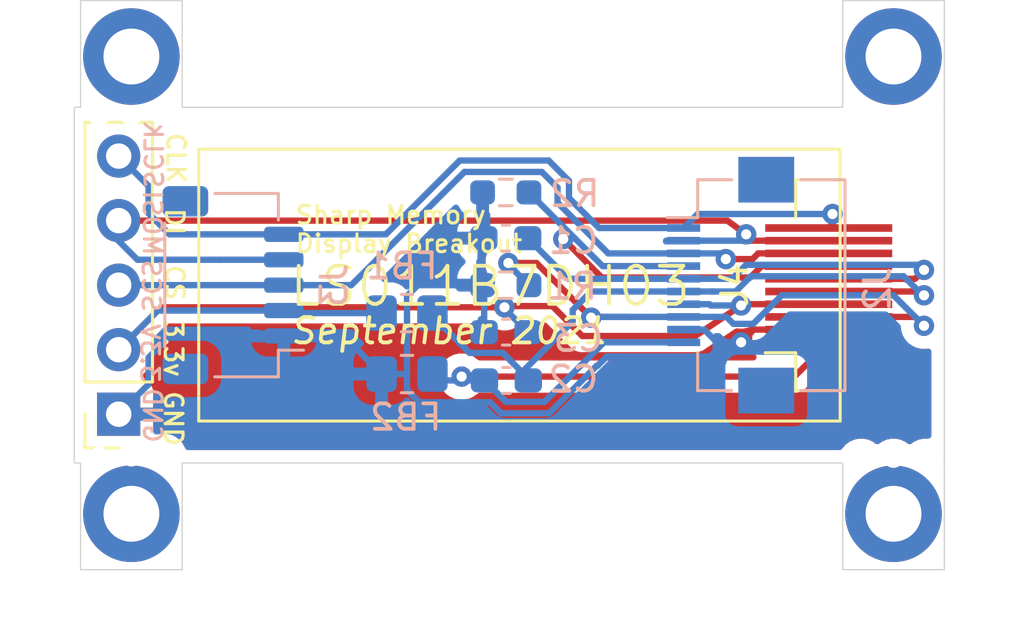
<source format=kicad_pcb>
(kicad_pcb (version 20210722) (generator pcbnew)
  (layers (0 "F.Cu" signal) (31 "B.Cu" signal) (34 "B.Paste" user) (35 "F.Paste" user) (36 "B.SilkS" user "B.Silkscreen") (37 "F.SilkS" user "F.Silkscreen") (38 "B.Mask" user) (39 "F.Mask" user) (44 "Edge.Cuts" user))
  (net 0 "")
  (net 1 "VSS")
  (net 2 "DISP")
  (net 3 "VSSA")
  (net 4 "VDDA")
  (net 5 "VDD")
  (net 6 "SCLK")
  (net 7 "SI")
  (net 8 "SCS")
  (net 9 "EXTMODE")
  (net 10 "EXTCOMIN")
  (footprint "Connector_PinSocket_2.54mm:PinSocket_1x05_P2.54mm_Vertical" (layer "F.Cu") (at 24.2526 35.5704 180)
    (fp_text reference "J1" hide)
    (fp_text value "Conn_01x05")
    (fp_line (start 1.33 -1.33) (end 1.33 0) (layer "F.SilkS") (width 0.12))
    (fp_line (start 1.33 1.27) (end 1.33 11.49) (layer "F.SilkS") (width 0.12))
    (fp_line (start -1.33 11.49) (end 1.33 11.49) (layer "F.SilkS") (width 0.12))
    (fp_line (start -1.33 1.27) (end -1.33 11.49) (layer "F.SilkS") (width 0.12))
    (fp_line (start -1.33 1.27) (end 1.33 1.27) (layer "F.SilkS") (width 0.12))
    (fp_line (start 0 -1.33) (end 1.33 -1.33) (layer "F.SilkS") (width 0.12))
    (pad "1" thru_hole rect locked (at 0 0 180) (size 1.7 1.7) (drill 1) (layers *.Cu *.Mask) (net 1 "VSS"))
    (pad "2" thru_hole oval locked (at 0 2.54 180) (size 1.7 1.7) (drill 1) (layers *.Cu *.Mask) (net 5 "VDD"))
    (pad "3" thru_hole oval locked (at 0 5.08 180) (size 1.7 1.7) (drill 1) (layers *.Cu *.Mask) (net 8 "SCS"))
    (pad "4" thru_hole oval locked (at 0 7.62 180) (size 1.7 1.7) (drill 1) (layers *.Cu *.Mask) (net 7 "SI"))
    (pad "5" thru_hole oval locked (at 0 10.16 180) (size 1.7 1.7) (drill 1) (layers *.Cu *.Mask) (net 6 "SCLK"))
  )
  (footprint "MountingHole:MountingHole_2.2mm_M2_DIN965_Pad" (layer "F.Cu") (at 24.752642 21.490389)
    (fp_text reference "H2" hide)
    (fp_text value "MountingHole")
    (pad "1" thru_hole circle locked (at 0 0) (size 3.8 3.8) (drill 2.2) (layers *.Cu *.Mask))
  )
  (footprint "MountingHole:MountingHole_2.2mm_M2_DIN965_Pad" (layer "F.Cu") (at 54.752642 21.490389)
    (fp_text reference "H4" hide)
    (fp_text value "MountingHole")
    (pad "1" thru_hole circle locked (at 0 0) (size 3.8 3.8) (drill 2.2) (layers *.Cu *.Mask))
  )
  (footprint "MountingHole:MountingHole_2.2mm_M2_DIN965_Pad" (layer "F.Cu") (at 24.752642 39.490389 90)
    (fp_text reference "H3" hide)
    (fp_text value "MountingHole")
    (pad "1" thru_hole circle locked (at 0 0 90) (size 3.8 3.8) (drill 2.2) (layers *.Cu *.Mask))
  )
  (footprint "MountingHole:MountingHole_2.2mm_M2_DIN965_Pad" (layer "F.Cu") (at 54.752642 39.490389)
    (fp_text reference "H1" hide)
    (fp_text value "MountingHole")
    (pad "1" thru_hole circle locked (at 0 0) (size 3.8 3.8) (drill 2.2) (layers *.Cu *.Mask))
  )
  (footprint "Keebio-Parts:breakaway-mousebites-three" (layer "F.Cu") (at 54.752642 24.090389)
    (fp_text reference "REF**" hide)
    (fp_text value "breakaway-mousebites-three" hide)
    (pad "" np_thru_hole circle locked (at 1.27 -0.254) (size 0.7874 0.7874) (drill 0.7874) (layers *.Cu *.Mask))
    (pad "" np_thru_hole circle locked (at -1.27 -0.254) (size 0.7874 0.7874) (drill 0.7874) (layers *.Cu *.Mask))
    (pad "" np_thru_hole circle locked (at 0 -0.254) (size 0.7874 0.7874) (drill 0.7874) (layers *.Cu *.Mask))
  )
  (footprint "Keebio-Parts:breakaway-mousebites-three" (layer "F.Cu") (at 24.752642 37.490389)
    (fp_text reference "REF**" hide)
    (fp_text value "breakaway-mousebites-three" hide)
    (pad "" np_thru_hole circle locked (at -1.27 -0.254) (size 0.7874 0.7874) (drill 0.7874) (layers *.Cu *.Mask))
    (pad "" np_thru_hole circle locked (at 1.27 -0.254) (size 0.7874 0.7874) (drill 0.7874) (layers *.Cu *.Mask))
    (pad "" np_thru_hole circle locked (at 0 -0.254) (size 0.7874 0.7874) (drill 0.7874) (layers *.Cu *.Mask))
  )
  (footprint "Keebio-Parts:breakaway-mousebites-three" (layer "F.Cu") (at 24.752642 24.090389)
    (fp_text reference "REF**" hide)
    (fp_text value "breakaway-mousebites-three" hide)
    (pad "" np_thru_hole circle locked (at 1.27 -0.254) (size 0.7874 0.7874) (drill 0.7874) (layers *.Cu *.Mask))
    (pad "" np_thru_hole circle locked (at -1.27 -0.254) (size 0.7874 0.7874) (drill 0.7874) (layers *.Cu *.Mask))
    (pad "" np_thru_hole circle locked (at 0 -0.254) (size 0.7874 0.7874) (drill 0.7874) (layers *.Cu *.Mask))
  )
  (footprint "Keebio-Parts:breakaway-mousebites-three" (layer "F.Cu") (at 54.752642 37.544389)
    (fp_text reference "REF**" hide)
    (fp_text value "breakaway-mousebites-three" hide)
    (pad "" np_thru_hole circle locked (at 0 -0.254) (size 0.7874 0.7874) (drill 0.7874) (layers *.Cu *.Mask))
    (pad "" np_thru_hole circle locked (at 1.27 -0.254) (size 0.7874 0.7874) (drill 0.7874) (layers *.Cu *.Mask))
    (pad "" np_thru_hole circle locked (at -1.27 -0.254) (size 0.7874 0.7874) (drill 0.7874) (layers *.Cu *.Mask))
  )
  (footprint "Connector_FFC-FPC:Hirose_FH12-10S-0.5SH_1x10-1MP_P0.50mm_Horizontal" (layer "F.Cu") (at 52.202642 30.490389 90)
    (fp_text reference "J4" (at 0 -3.7 90) (layer "F.SilkS"))
    (fp_text value "Conn_01x10")
    (fp_line (start -2.66 -1.3) (end -4.15 -1.3) (layer "F.SilkS") (width 0.12))
    (fp_line (start -4.15 -1.3) (end -4.15 0.04) (layer "F.SilkS") (width 0.12))
    (fp_line (start 4.15 -1.3) (end 4.15 0.04) (layer "F.SilkS") (width 0.12))
    (fp_line (start 2.66 -1.3) (end 4.15 -1.3) (layer "F.SilkS") (width 0.12))
    (fp_line (start -2.66 -1.3) (end -2.66 -2.5) (layer "F.SilkS") (width 0.12))
    (pad "1" smd rect locked (at -2.25 0 90) (size 0.3 5) (layers "F.Cu" "F.Paste" "F.Mask") (net 3 "VSSA"))
    (pad "2" smd rect locked (at -1.75 0 90) (size 0.3 5) (layers "F.Cu" "F.Paste" "F.Mask") (net 1 "VSS"))
    (pad "3" smd rect locked (at -1.25 0 90) (size 0.3 5) (layers "F.Cu" "F.Paste" "F.Mask") (net 9 "EXTMODE"))
    (pad "4" smd rect locked (at -0.75 0 90) (size 0.3 5) (layers "F.Cu" "F.Paste" "F.Mask") (net 5 "VDD"))
    (pad "5" smd rect locked (at -0.25 0 90) (size 0.3 5) (layers "F.Cu" "F.Paste" "F.Mask") (net 4 "VDDA"))
    (pad "6" smd rect locked (at 0.25 0 90) (size 0.3 5) (layers "F.Cu" "F.Paste" "F.Mask") (net 2 "DISP"))
    (pad "7" smd rect locked (at 0.75 0 90) (size 0.3 5) (layers "F.Cu" "F.Paste" "F.Mask") (net 10 "EXTCOMIN"))
    (pad "8" smd rect locked (at 1.25 0 90) (size 0.3 5) (layers "F.Cu" "F.Paste" "F.Mask") (net 8 "SCS"))
    (pad "9" smd rect locked (at 1.75 0 90) (size 0.3 5) (layers "F.Cu" "F.Paste" "F.Mask") (net 7 "SI"))
    (pad "10" smd rect locked (at 2.25 0 90) (size 0.3 5) (layers "F.Cu" "F.Paste" "F.Mask") (net 6 "SCLK"))
  )
  (footprint "Capacitor_SMD:C_0603_1608Metric_Pad1.08x0.95mm_HandSolder" (layer "B.Cu") (at 39.4901 28.6404 180)
    (fp_text reference "C1" (at -2.662542 -0.099989) (layer "B.SilkS") (effects (justify mirror)))
    (fp_text value "560pF/680pF")
    (fp_line (start -0.146267 0.51) (end 0.146267 0.51) (layer "B.SilkS") (width 0.12))
    (fp_line (start -0.146267 -0.51) (end 0.146267 -0.51) (layer "B.SilkS") (width 0.12))
    (pad "1" smd roundrect locked (at -0.8625 0 180) (size 1.075 0.95) (layers "B.Cu" "B.Paste" "B.Mask") (net 2 "DISP"))
    (pad "2" smd roundrect locked (at 0.8625 0 180) (size 1.075 0.95) (layers "B.Cu" "B.Paste" "B.Mask") (net 1 "VSS"))
  )
  (footprint "Capacitor_SMD:C_0603_1608Metric_Pad1.08x0.95mm_HandSolder" (layer "B.Cu") (at 39.5151 34.2404 180)
    (fp_text reference "C2" (at -2.637542 0.050011) (layer "B.SilkS") (effects (justify mirror)))
    (fp_text value "1uF")
    (fp_line (start -0.146267 0.51) (end 0.146267 0.51) (layer "B.SilkS") (width 0.12))
    (fp_line (start -0.146267 -0.51) (end 0.146267 -0.51) (layer "B.SilkS") (width 0.12))
    (pad "1" smd roundrect locked (at -0.8625 0 180) (size 1.075 0.95) (layers "B.Cu" "B.Paste" "B.Mask") (net 4 "VDDA"))
    (pad "2" smd roundrect locked (at 0.8625 0 180) (size 1.075 0.95) (layers "B.Cu" "B.Paste" "B.Mask") (net 3 "VSSA"))
  )
  (footprint "Capacitor_SMD:C_0603_1608Metric_Pad1.08x0.95mm_HandSolder" (layer "B.Cu") (at 39.5026 32.3404 180)
    (fp_text reference "C3" (at -2.850042 -0.249989) (layer "B.SilkS") (effects (justify mirror)))
    (fp_text value "1uF ")
    (fp_line (start -0.146267 0.51) (end 0.146267 0.51) (layer "B.SilkS") (width 0.12))
    (fp_line (start -0.146267 -0.51) (end 0.146267 -0.51) (layer "B.SilkS") (width 0.12))
    (pad "1" smd roundrect locked (at -0.8625 0 180) (size 1.075 0.95) (layers "B.Cu" "B.Paste" "B.Mask") (net 5 "VDD"))
    (pad "2" smd roundrect locked (at 0.8625 0 180) (size 1.075 0.95) (layers "B.Cu" "B.Paste" "B.Mask") (net 1 "VSS"))
  )
  (footprint "Resistor_SMD:R_0805_2012Metric_Pad1.20x1.40mm_HandSolder" (layer "B.Cu") (at 35.6026 31.5904 180)
    (fp_text reference "FB1" (at 0.199958 1.850011) (layer "B.SilkS") (effects (justify mirror)))
    (fp_text value "Ferrite_Bead_Small")
    (fp_line (start -0.227064 0.735) (end 0.227064 0.735) (layer "B.SilkS") (width 0.12))
    (fp_line (start -0.227064 -0.735) (end 0.227064 -0.735) (layer "B.SilkS") (width 0.12))
    (pad "1" smd roundrect locked (at -1 0 180) (size 1.2 1.4) (layers "B.Cu" "B.Paste" "B.Mask") (roundrect_rratio 0.2083325) (net 4 "VDDA"))
    (pad "2" smd roundrect locked (at 1 0 180) (size 1.2 1.4) (layers "B.Cu" "B.Paste" "B.Mask") (roundrect_rratio 0.2083325) (net 5 "VDD"))
  )
  (footprint "Resistor_SMD:R_0805_2012Metric_Pad1.20x1.40mm_HandSolder" (layer "B.Cu") (at 35.6026 33.9904)
    (fp_text reference "FB2" (at -0.049958 1.699989) (layer "B.SilkS") (effects (justify mirror)))
    (fp_text value "Ferrite_Bead_Small")
    (fp_line (start -0.227064 0.735) (end 0.227064 0.735) (layer "B.SilkS") (width 0.12))
    (fp_line (start -0.227064 -0.735) (end 0.227064 -0.735) (layer "B.SilkS") (width 0.12))
    (pad "1" smd roundrect locked (at -1 0) (size 1.2 1.4) (layers "B.Cu" "B.Paste" "B.Mask") (roundrect_rratio 0.2083325) (net 1 "VSS"))
    (pad "2" smd roundrect locked (at 1 0) (size 1.2 1.4) (layers "B.Cu" "B.Paste" "B.Mask") (roundrect_rratio 0.2083325) (net 3 "VSSA"))
  )
  (footprint "Resistor_SMD:R_0603_1608Metric_Pad0.98x0.95mm_HandSolder" (layer "B.Cu") (at 39.4901 30.4904 180)
    (fp_text reference "R1" (at -2.612542 -0.049989) (layer "B.SilkS") (effects (justify mirror)))
    (fp_text value "10k")
    (fp_line (start -0.254724 -0.5225) (end 0.254724 -0.5225) (layer "B.SilkS") (width 0.12))
    (fp_line (start -0.254724 0.5225) (end 0.254724 0.5225) (layer "B.SilkS") (width 0.12))
    (pad "1" smd roundrect locked (at -0.9125 0 180) (size 0.975 0.95) (layers "B.Cu" "B.Paste" "B.Mask") (net 9 "EXTMODE"))
    (pad "2" smd roundrect locked (at 0.9125 0 180) (size 0.975 0.95) (layers "B.Cu" "B.Paste" "B.Mask") (net 1 "VSS"))
  )
  (footprint "Connector_FFC-FPC:Hirose_FH12-10S-0.5SH_1x10-1MP_P0.50mm_Horizontal" (layer "B.Cu") (at 52.915142 30.4904 -90)
    (fp_text reference "J2" (at 0.149989 -1.200042 90) (layer "B.SilkS") (effects (justify mirror)))
    (fp_text value "Conn_01x10")
    (fp_line (start 4.15 0.072) (end 4.15 1.812) (layer "B.SilkS") (width 0.12))
    (fp_line (start -4.15 5.872) (end -4.15 4.532) (layer "B.SilkS") (width 0.12))
    (fp_line (start 2.66 5.872) (end 4.15 5.872) (layer "B.SilkS") (width 0.12))
    (fp_line (start -2.66 5.872) (end -4.15 5.872) (layer "B.SilkS") (width 0.12))
    (fp_line (start -2.66 5.872) (end -2.66 7.072) (layer "B.SilkS") (width 0.12))
    (fp_line (start 4.15 5.872) (end 4.15 4.532) (layer "B.SilkS") (width 0.12))
    (fp_line (start -4.15 1.812) (end -4.15 0.072) (layer "B.SilkS") (width 0.12))
    (fp_line (start -4.15 0.072) (end 4.15 0.072) (layer "B.SilkS") (width 0.12))
    (pad "1" smd rect locked (at -2.25 6.422 270) (size 0.3 1.3) (layers "B.Cu" "B.Paste" "B.Mask") (net 6 "SCLK"))
    (pad "2" smd rect locked (at -1.75 6.422 270) (size 0.3 1.3) (layers "B.Cu" "B.Paste" "B.Mask") (net 7 "SI"))
    (pad "3" smd rect locked (at -1.25 6.422 270) (size 0.3 1.3) (layers "B.Cu" "B.Paste" "B.Mask") (net 8 "SCS"))
    (pad "4" smd rect locked (at -0.75 6.422 270) (size 0.3 1.3) (layers "B.Cu" "B.Paste" "B.Mask") (net 10 "EXTCOMIN"))
    (pad "5" smd rect locked (at -0.25 6.422 270) (size 0.3 1.3) (layers "B.Cu" "B.Paste" "B.Mask") (net 2 "DISP"))
    (pad "6" smd rect locked (at 0.25 6.422 270) (size 0.3 1.3) (layers "B.Cu" "B.Paste" "B.Mask") (net 4 "VDDA"))
    (pad "7" smd rect locked (at 0.75 6.422 270) (size 0.3 1.3) (layers "B.Cu" "B.Paste" "B.Mask") (net 5 "VDD"))
    (pad "8" smd rect locked (at 1.25 6.422 270) (size 0.3 1.3) (layers "B.Cu" "B.Paste" "B.Mask") (net 9 "EXTMODE"))
    (pad "9" smd rect locked (at 1.75 6.422 270) (size 0.3 1.3) (layers "B.Cu" "B.Paste" "B.Mask") (net 1 "VSS"))
    (pad "10" smd rect locked (at 2.25 6.422 270) (size 0.3 1.3) (layers "B.Cu" "B.Paste" "B.Mask") (net 3 "VSSA"))
    (pad "MP" smd rect locked (at 4.15 3.172 270) (size 1.8 2.2) (layers "B.Cu" "B.Paste" "B.Mask"))
    (pad "MP" smd rect locked (at -4.15 3.172 270) (size 1.8 2.2) (layers "B.Cu" "B.Paste" "B.Mask"))
  )
  (footprint "Resistor_SMD:R_0603_1608Metric_Pad0.98x0.95mm_HandSolder" (layer "B.Cu") (at 39.4901 26.8404 180)
    (fp_text reference "R2" (at -2.712542 -0.049989) (layer "B.SilkS") (effects (justify mirror)))
    (fp_text value "10k")
    (fp_line (start -0.254724 0.5225) (end 0.254724 0.5225) (layer "B.SilkS") (width 0.12))
    (fp_line (start -0.254724 -0.5225) (end 0.254724 -0.5225) (layer "B.SilkS") (width 0.12))
    (pad "1" smd roundrect locked (at -0.9125 0 180) (size 0.975 0.95) (layers "B.Cu" "B.Paste" "B.Mask") (net 10 "EXTCOMIN"))
    (pad "2" smd roundrect locked (at 0.9125 0 180) (size 0.975 0.95) (layers "B.Cu" "B.Paste" "B.Mask") (net 1 "VSS"))
  )
  (footprint "Connector_JST:JST_SH_SM05B-SRSS-TB_1x05-1MP_P1.00mm_Horizontal" (layer "B.Cu") (at 28.7526 30.4904 90)
    (fp_text reference "J3" (at 0 3.98 90) (layer "B.SilkS") (effects (justify mirror)))
    (fp_text value "Conn_01x05_Male")
    (fp_line (start 3.61 1.785) (end 2.56 1.785) (layer "B.SilkS") (width 0.12))
    (fp_line (start -3.61 -0.715) (end -3.61 1.785) (layer "B.SilkS") (width 0.12))
    (fp_line (start -2.44 -2.685) (end 2.44 -2.685) (layer "B.SilkS") (width 0.12))
    (fp_line (start -3.61 1.785) (end -2.56 1.785) (layer "B.SilkS") (width 0.12))
    (fp_line (start 3.61 -0.715) (end 3.61 1.785) (layer "B.SilkS") (width 0.12))
    (fp_line (start -2.56 1.785) (end -2.56 2.775) (layer "B.SilkS") (width 0.12))
    (pad "1" smd roundrect locked (at -2 2 90) (size 0.6 1.55) (layers "B.Cu" "B.Paste" "B.Mask") (net 1 "VSS"))
    (pad "2" smd roundrect locked (at -1 2 90) (size 0.6 1.55) (layers "B.Cu" "B.Paste" "B.Mask") (net 5 "VDD"))
    (pad "3" smd roundrect locked (at 0 2 90) (size 0.6 1.55) (layers "B.Cu" "B.Paste" "B.Mask") (net 8 "SCS"))
    (pad "4" smd roundrect locked (at 1 2 90) (size 0.6 1.55) (layers "B.Cu" "B.Paste" "B.Mask") (net 7 "SI"))
    (pad "5" smd roundrect locked (at 2 2 90) (size 0.6 1.55) (layers "B.Cu" "B.Paste" "B.Mask") (net 6 "SCLK"))
    (pad "MP" smd roundrect locked (at 3.3 -1.875 90) (size 1.2 1.8) (layers "B.Cu" "B.Paste" "B.Mask") (roundrect_rratio 0.2083325))
    (pad "MP" smd roundrect locked (at -3.3 -1.875 90) (size 1.2 1.8) (layers "B.Cu" "B.Paste" "B.Mask") (roundrect_rratio 0.2083325))
  )
  (gr_line (start 52.652642 35.840389) (end 52.652642 25.140389) (layer "F.SilkS") (width 0.12))
  (gr_line (start 52.652642 25.140389) (end 27.402642 25.140389) (layer "F.SilkS") (width 0.12))
  (gr_line (start 27.402642 35.840389) (end 52.652642 35.840389) (layer "F.SilkS") (width 0.12))
  (gr_line (start 27.402642 25.140389) (end 27.402642 35.840389) (layer "F.SilkS") (width 0.12))
  (gr_line (start 22.502642 37.490389) (end 22.752642 37.490389) (layer "Edge.Cuts") (width 0.05))
  (gr_line (start 52.752642 40.490389) (end 52.752642 39.490389) (layer "Edge.Cuts") (width 0.05))
  (gr_line (start 52.752642 20.490389) (end 52.752642 21.490389) (layer "Edge.Cuts") (width 0.05))
  (gr_line (start 22.752642 20.490389) (end 22.752642 21.490389) (layer "Edge.Cuts") (width 0.05))
  (gr_line (start 22.752642 40.490389) (end 22.752642 39.490389) (layer "Edge.Cuts") (width 0.05))
  (gr_line (start 26.752642 39.490389) (end 26.752642 40.490389) (layer "Edge.Cuts") (width 0.05))
  (gr_line (start 56.752642 39.490389) (end 56.752642 40.490389) (layer "Edge.Cuts") (width 0.05))
  (gr_line (start 52.752642 41.690389) (end 52.752642 40.490389) (layer "Edge.Cuts") (width 0.05))
  (gr_line (start 22.752642 37.490389) (end 22.752642 39.490389) (layer "Edge.Cuts") (width 0.05))
  (gr_line (start 52.752642 39.490389) (end 52.752641 37.490389) (layer "Edge.Cuts") (width 0.05))
  (gr_line (start 56.752642 23.490389) (end 56.752642 21.490389) (layer "Edge.Cuts") (width 0.05))
  (gr_line (start 56.752642 37.490389) (end 56.752642 23.490389) (layer "Edge.Cuts") (width 0.05))
  (gr_line (start 26.752642 20.490389) (end 26.752642 19.290389) (layer "Edge.Cuts") (width 0.05))
  (gr_line (start 22.752642 19.290389) (end 22.752642 20.490389) (layer "Edge.Cuts") (width 0.05))
  (gr_line (start 56.752642 20.490389) (end 56.752642 19.290389) (layer "Edge.Cuts") (width 0.05))
  (gr_line (start 26.752642 39.490389) (end 26.752642 37.490389) (layer "Edge.Cuts") (width 0.05))
  (gr_line (start 56.752642 37.490389) (end 56.752641 39.490389) (layer "Edge.Cuts") (width 0.05))
  (gr_line (start 22.752642 40.490389) (end 22.752642 41.690389) (layer "Edge.Cuts") (width 0.05))
  (gr_line (start 52.752642 21.490389) (end 52.752642 23.490389) (layer "Edge.Cuts") (width 0.05))
  (gr_line (start 56.752642 41.690389) (end 52.752642 41.690389) (layer "Edge.Cuts") (width 0.05))
  (gr_line (start 52.752642 19.290389) (end 52.752642 20.490389) (layer "Edge.Cuts") (width 0.05))
  (gr_line (start 22.502642 23.490389) (end 22.502642 37.490389) (layer "Edge.Cuts") (width 0.05))
  (gr_line (start 56.752642 19.290389) (end 52.752642 19.290389) (layer "Edge.Cuts") (width 0.05))
  (gr_line (start 26.752642 37.490389) (end 52.752641 37.490389) (layer "Edge.Cuts") (width 0.05))
  (gr_line (start 22.752642 41.690389) (end 26.752642 41.690389) (layer "Edge.Cuts") (width 0.05))
  (gr_line (start 56.752642 40.490389) (end 56.752642 41.690389) (layer "Edge.Cuts") (width 0.05))
  (gr_line (start 56.752642 21.490389) (end 56.752642 20.490389) (layer "Edge.Cuts") (width 0.05))
  (gr_line (start 26.752642 21.490389) (end 26.752642 23.490389) (layer "Edge.Cuts") (width 0.05))
  (gr_line (start 22.752642 23.490389) (end 22.502642 23.490389) (layer "Edge.Cuts") (width 0.05))
  (gr_line (start 52.752642 23.490389) (end 26.752642 23.490389) (layer "Edge.Cuts") (width 0.05))
  (gr_line (start 26.752642 41.690389) (end 26.752642 40.490389) (layer "Edge.Cuts") (width 0.05))
  (gr_line (start 26.752642 19.290389) (end 22.752642 19.290389) (layer "Edge.Cuts") (width 0.05))
  (gr_line (start 22.752642 23.490389) (end 22.752642 21.490389) (layer "Edge.Cuts") (width 0.05))
  (gr_line (start 26.752642 21.490389) (end 26.752642 20.490389) (layer "Edge.Cuts") (width 0.05))
  (gr_text "MOSI" (at 25.577642 28.040389 -90) (layer "B.SilkS") (effects (font (size 0.7 0.7) (thickness 0.12)) (justify mirror)))
  (gr_text "GND" (at 25.577642 35.615389 270) (layer "B.SilkS") (effects (font (size 0.7 0.7) (thickness 0.12)) (justify mirror)))
  (gr_text "SCS" (at 25.527642 30.515389 -90) (layer "B.SilkS") (effects (font (size 0.7 0.7) (thickness 0.12)) (justify mirror)))
  (gr_text "SCLK" (at 25.602642 25.340389 -90) (layer "B.SilkS") (effects (font (size 0.7 0.7) (thickness 0.12)) (justify mirror)))
  (gr_text "3.3V" (at 25.477642 33.165389 270) (layer "B.SilkS") (effects (font (size 0.7 0.7) (thickness 0.12)) (justify mirror)))
  (gr_text " LS011B7DH03" (at 38.302642 30.540389) (layer "F.SilkS") (effects (font (size 1.5 1.5))))
  (gr_text "DI" (at 26.452642 27.990389 -90) (layer "F.SilkS") (effects (font (size 0.7 0.7) (thickness 0.125))))
  (gr_text "3.3v" (at 26.402642 32.990389 -90) (layer "F.SilkS") (effects (font (size 0.7 0.7) (thickness 0.125))))
  (gr_text "GND" (at 26.402642 35.740389 -90) (layer "F.SilkS") (effects (font (size 0.7 0.7) (thickness 0.125))))
  (gr_text "CS" (at 26.452642 30.390389 -90) (layer "F.SilkS") (effects (font (size 0.7 0.7) (thickness 0.125))))
  (gr_text "CLK" (at 26.502642 25.490389 -90) (layer "F.SilkS") (effects (font (size 0.7 0.7) (thickness 0.125))))
  (gr_text "September 2021" (at 30.952642 32.290389) (layer "F.SilkS") (effects (font (size 1 1) (thickness 0.15) italic) (justify left)))
  (gr_text "Sharp Memory \nDisplay Breakout" (at 31.152642 28.290389) (layer "F.SilkS") (effects (font (size 0.7 0.7) (thickness 0.12)) (justify left)))
  (segment (start 52.202642 32.240389) (end 49.251653 32.240389) (width 0.25) (layer "F.Cu") (net 1))
  (segment (start 49.251653 32.240389) (end 48.752642 32.7394) (width 0.25) (layer "F.Cu") (net 1))
  (via (at 48.752642 32.7394) (size 0.8) (drill 0.4) (layers "F.Cu" "B.Cu") (net 1))
  (segment (start 25.427601 34.395399) (end 24.2526 35.5704) (width 0.25) (layer "B.Cu") (net 1))
  (segment (start 35.6026 30.918) (end 36.0302 30.4904) (width 0.25) (layer "B.Cu") (net 1))
  (segment (start 38.6401 30.5529) (end 38.5776 30.4904) (width 0.25) (layer "B.Cu") (net 1))
  (segment (start 47.752642 32.690389) (end 47.752642 33.090389) (width 0.25) (layer "B.Cu") (net 1))
  (segment (start 38.6276 28.6404) (end 38.5776 28.5904) (width 0.25) (layer "B.Cu") (net 1))
  (segment (start 36.0302 30.4904) (end 38.5776 30.4904) (width 0.25) (layer "B.Cu") (net 1))
  (segment (start 47.539807 33.303224) (end 43.464807 33.303224) (width 0.25) (layer "B.Cu") (net 1))
  (segment (start 30.7526 32.4904) (end 26.277631 32.4904) (width 0.25) (layer "B.Cu") (net 1))
  (segment (start 35.6026 34.6154) (end 35.6026 33.9904) (width 0.25) (layer "B.Cu") (net 1))
  (segment (start 39.3113 35.53551) (end 38.878706 35.102916) (width 0.25) (layer "B.Cu") (net 1))
  (segment (start 34.6026 33.9904) (end 33.1026 32.4904) (width 0.25) (layer "B.Cu") (net 1))
  (segment (start 35.6026 33.9904) (end 34.6026 33.9904) (width 0.25) (layer "B.Cu") (net 1))
  (segment (start 47.801653 32.7394) (end 47.752642 32.690389) (width 0.25) (layer "B.Cu") (net 1))
  (segment (start 48.752642 32.7394) (end 47.801653 32.7394) (width 0.25) (layer "B.Cu") (net 1))
  (segment (start 47.302653 32.2404) (end 47.752642 32.690389) (width 0.25) (layer "B.Cu") (net 1))
  (segment (start 25.427601 33.34043) (end 25.427601 34.395399) (width 0.25) (layer "B.Cu") (net 1))
  (segment (start 41.1966 35.53551) (end 39.3113 35.53551) (width 0.25) (layer "B.Cu") (net 1))
  (segment (start 33.1026 32.4904) (end 30.7526 32.4904) (width 0.25) (layer "B.Cu") (net 1))
  (segment (start 35.6026 33.9904) (end 35.6026 30.918) (width 0.25) (layer "B.Cu") (net 1))
  (segment (start 26.277631 32.4904) (end 25.427601 33.34043) (width 0.25) (layer "B.Cu") (net 1))
  (segment (start 38.878706 35.102916) (end 36.090115 35.102916) (width 0.25) (layer "B.Cu") (net 1))
  (segment (start 38.5776 28.6904) (end 38.5776 30.4904) (width 0.25) (layer "B.Cu") (net 1))
  (segment (start 43.464807 33.303224) (end 43.102642 33.665389) (width 0.25) (layer "B.Cu") (net 1))
  (segment (start 38.6276 28.6404) (end 38.5776 28.6904) (width 0.25) (layer "B.Cu") (net 1))
  (segment (start 38.6401 32.3404) (end 38.6401 30.5529) (width 0.25) (layer "B.Cu") (net 1))
  (segment (start 47.752642 33.090389) (end 47.539807 33.303224) (width 0.25) (layer "B.Cu") (net 1))
  (segment (start 36.090115 35.102916) (end 35.6026 34.6154) (width 0.25) (layer "B.Cu") (net 1))
  (segment (start 43.102642 33.665389) (end 43.066721 33.665389) (width 0.25) (layer "B.Cu") (net 1))
  (segment (start 38.5776 28.5904) (end 38.5776 26.8404) (width 0.25) (layer "B.Cu") (net 1))
  (segment (start 46.493142 32.2404) (end 47.302653 32.2404) (width 0.25) (layer "B.Cu") (net 1))
  (segment (start 43.066721 33.665389) (end 41.1966 35.53551) (width 0.25) (layer "B.Cu") (net 1))
  (segment (start 55.201458 30.257845) (end 55.184002 30.240389) (width 0.25) (layer "F.Cu") (net 2))
  (segment (start 55.184002 30.240389) (end 55.602642 30.240389) (width 0.25) (layer "F.Cu") (net 2))
  (segment (start 55.602642 30.240389) (end 55.952642 29.890389) (width 0.25) (layer "F.Cu") (net 2))
  (segment (start 55.184002 30.240389) (end 52.202642 30.240389) (width 0.25) (layer "F.Cu") (net 2))
  (via (at 55.952642 29.890389) (size 0.8) (drill 0.4) (layers "F.Cu" "B.Cu") (net 2))
  (segment (start 48.402631 30.2404) (end 48.952642 29.690389) (width 0.25) (layer "B.Cu") (net 2))
  (segment (start 54.634002 29.690389) (end 55.752642 29.690389) (width 0.25) (layer "B.Cu") (net 2))
  (segment (start 46.493142 30.2404) (end 48.402631 30.2404) (width 0.25) (layer "B.Cu") (net 2))
  (segment (start 55.752642 29.690389) (end 55.952642 29.890389) (width 0.25) (layer "B.Cu") (net 2))
  (segment (start 41.9526 30.2404) (end 46.493142 30.2404) (width 0.25) (layer "B.Cu") (net 2))
  (segment (start 48.952642 29.690389) (end 54.634002 29.690389) (width 0.25) (layer "B.Cu") (net 2))
  (segment (start 40.3526 28.6404) (end 41.9526 30.2404) (width 0.25) (layer "B.Cu") (net 2))
  (segment (start 37.752642 34.090389) (end 50.852642 34.090389) (width 0.25) (layer "F.Cu") (net 3))
  (segment (start 50.852642 34.090389) (end 52.202642 32.740389) (width 0.25) (layer "F.Cu") (net 3))
  (via (at 37.752642 34.090389) (size 0.8) (drill 0.4) (layers "F.Cu" "B.Cu") (net 3))
  (segment (start 37.602631 34.2404) (end 37.752642 34.090389) (width 0.25) (layer "B.Cu") (net 3))
  (segment (start 36.8526 34.2404) (end 36.6026 33.9904) (width 0.25) (layer "B.Cu") (net 3))
  (segment (start 41.0102 35.0855) (end 39.4977 35.0855) (width 0.25) (layer "B.Cu") (net 3))
  (segment (start 39.4977 35.0855) (end 38.6526 34.2404) (width 0.25) (layer "B.Cu") (net 3))
  (segment (start 38.6526 34.2404) (end 37.502653 34.2404) (width 0.25) (layer "B.Cu") (net 3))
  (segment (start 37.502653 34.2404) (end 37.602631 34.2404) (width 0.25) (layer "B.Cu") (net 3))
  (segment (start 46.493142 32.7404) (end 43.3553 32.7404) (width 0.25) (layer "B.Cu") (net 3))
  (segment (start 43.3553 32.7404) (end 41.0102 35.0855) (width 0.25) (layer "B.Cu") (net 3))
  (segment (start 37.502653 34.2404) (end 36.8526 34.2404) (width 0.25) (layer "B.Cu") (net 3))
  (segment (start 52.202642 30.740389) (end 55.802642 30.740389) (width 0.25) (layer "F.Cu") (net 4))
  (segment (start 55.802642 30.740389) (end 55.952642 30.890389) (width 0.25) (layer "F.Cu") (net 4))
  (via (at 55.952642 30.890389) (size 0.8) (drill 0.4) (layers "F.Cu" "B.Cu") (net 4))
  (segment (start 36.6026 31.6966) (end 38.0633 33.1573) (width 0.25) (layer "B.Cu") (net 4))
  (segment (start 55.152642 30.139909) (end 49.13884 30.139909) (width 0.25) (layer "B.Cu") (net 4))
  (segment (start 40.1285 33.9149) (end 42.1242 31.9192) (width 0.25) (layer "B.Cu") (net 4))
  (segment (start 40.3776 34.2404) (end 40.1285 33.9913) (width 0.25) (layer "B.Cu") (net 4))
  (segment (start 55.752642 31.090389) (end 55.952642 31.090389) (width 0.25) (layer "B.Cu") (net 4))
  (segment (start 42.1242 31.9192) (end 42.1242 31.4681) (width 0.25) (layer "B.Cu") (net 4))
  (segment (start 49.13884 30.139909) (end 48.538349 30.7404) (width 0.25) (layer "B.Cu") (net 4))
  (segment (start 42.1242 31.4681) (end 42.8519 30.7404) (width 0.25) (layer "B.Cu") (net 4))
  (segment (start 39.3709 33.1573) (end 40.1285 33.9149) (width 0.25) (layer "B.Cu") (net 4))
  (segment (start 42.8519 30.7404) (end 46.493142 30.7404) (width 0.25) (layer "B.Cu") (net 4))
  (segment (start 48.538349 30.7404) (end 47.602653 30.7404) (width 0.25) (layer "B.Cu") (net 4))
  (segment (start 46.493142 30.7404) (end 47.602653 30.7404) (width 0.25) (layer "B.Cu") (net 4))
  (segment (start 40.1285 33.9913) (end 40.1285 33.9149) (width 0.25) (layer "B.Cu") (net 4))
  (segment (start 38.0633 33.1573) (end 39.3709 33.1573) (width 0.25) (layer "B.Cu") (net 4))
  (segment (start 47.602653 30.7404) (end 47.702162 30.7404) (width 0.25) (layer "B.Cu") (net 4))
  (segment (start 55.952642 30.890389) (end 55.903122 30.890389) (width 0.25) (layer "B.Cu") (net 4))
  (segment (start 55.903122 30.890389) (end 55.152642 30.139909) (width 0.25) (layer "B.Cu") (net 4))
  (segment (start 36.6026 31.5904) (end 36.6026 31.6966) (width 0.25) (layer "B.Cu") (net 4))
  (segment (start 39.4372 31.3625) (end 25.9205 31.3625) (width 0.25) (layer "F.Cu") (net 5))
  (segment (start 41.323387 31.315389) (end 39.484311 31.315389) (width 0.25) (layer "F.Cu") (net 5))
  (segment (start 42.501499 32.493501) (end 41.323387 31.315389) (width 0.25) (layer "F.Cu") (net 5))
  (segment (start 46.94953 32.493501) (end 42.501499 32.493501) (width 0.25) (layer "F.Cu") (net 5))
  (segment (start 52.202642 31.240389) (end 48.802642 31.240389) (width 0.25) (layer "F.Cu") (net 5))
  (segment (start 25.9205 31.3625) (end 24.2526 33.0304) (width 0.25) (layer "F.Cu") (net 5))
  (segment (start 39.484311 31.315389) (end 39.4372 31.3625) (width 0.25) (layer "F.Cu") (net 5))
  (segment (start 48.752642 31.290389) (end 46.94953 32.493501) (width 0.25) (layer "F.Cu") (net 5))
  (segment (start 48.802642 31.240389) (end 48.752642 31.290389) (width 0.25) (layer "F.Cu") (net 5))
  (via (at 39.4372 31.3625) (size 0.8) (drill 0.4) (layers "F.Cu" "B.Cu") (net 5))
  (via (at 48.752642 31.290389) (size 0.8) (drill 0.4) (layers "F.Cu" "B.Cu") (net 5))
  (segment (start 47.502653 31.2404) (end 46.493142 31.2404) (width 0.25) (layer "B.Cu") (net 5))
  (segment (start 25.7926 31.4904) (end 24.2526 33.0304) (width 0.25) (layer "B.Cu") (net 5))
  (segment (start 30.7526 31.4904) (end 25.7926 31.4904) (width 0.25) (layer "B.Cu") (net 5))
  (segment (start 47.502653 31.2404) (end 47.552642 31.290389) (width 0.25) (layer "B.Cu") (net 5))
  (segment (start 30.8526 31.5904) (end 34.6026 31.5904) (width 0.25) (layer "B.Cu") (net 5))
  (segment (start 48.702653 31.2404) (end 48.752642 31.290389) (width 0.25) (layer "B.Cu") (net 5))
  (segment (start 40.3651 32.3404) (end 39.4372 31.4125) (width 0.25) (layer "B.Cu") (net 5))
  (segment (start 47.552642 31.290389) (end 48.752642 31.290389) (width 0.25) (layer "B.Cu") (net 5))
  (segment (start 30.7526 31.4904) (end 30.8526 31.5904) (width 0.25) (layer "B.Cu") (net 5))
  (segment (start 39.4372 31.4125) (end 39.4372 31.3625) (width 0.25) (layer "B.Cu") (net 5))
  (segment (start 52.352642 27.690389) (end 52.352642 28.090389) (width 0.25) (layer "F.Cu") (net 6))
  (segment (start 52.352642 28.090389) (end 52.202642 28.240389) (width 0.25) (layer "F.Cu") (net 6))
  (via (at 52.352642 27.690389) (size 0.8) (drill 0.4) (layers "F.Cu" "B.Cu") (net 6))
  (segment (start 46.493142 28.2404) (end 47.043153 27.690389) (width 0.25) (layer "B.Cu") (net 6))
  (segment (start 43.16051 28.2404) (end 46.493142 28.2404) (width 0.25) (layer "B.Cu") (net 6))
  (segment (start 41.97771 26.385111) (end 41.97771 27.0576) (width 0.25) (layer "B.Cu") (net 6))
  (segment (start 25.427601 27.665348) (end 25.427601 26.585401) (width 0.25) (layer "B.Cu") (net 6))
  (segment (start 30.7526 28.4904) (end 26.252653 28.4904) (width 0.25) (layer "B.Cu") (net 6))
  (segment (start 41.1763 25.5837) (end 41.97771 26.385111) (width 0.25) (layer "B.Cu") (net 6))
  (segment (start 34.76959 28.4904) (end 37.67629 25.5837) (width 0.25) (layer "B.Cu") (net 6))
  (segment (start 37.67629 25.5837) (end 41.1763 25.5837) (width 0.25) (layer "B.Cu") (net 6))
  (segment (start 47.043153 27.690389) (end 52.352642 27.690389) (width 0.25) (layer "B.Cu") (net 6))
  (segment (start 26.252653 28.4904) (end 25.427601 27.665348) (width 0.25) (layer "B.Cu") (net 6))
  (segment (start 30.7526 28.4904) (end 34.76959 28.4904) (width 0.25) (layer "B.Cu") (net 6))
  (segment (start 41.97771 27.0576) (end 43.16051 28.2404) (width 0.25) (layer "B.Cu") (net 6))
  (segment (start 25.427601 26.585401) (end 24.2526 25.4104) (width 0.25) (layer "B.Cu") (net 6))
  (segment (start 49.002642 28.740389) (end 52.202642 28.740389) (width 0.25) (layer "F.Cu") (net 7))
  (segment (start 48.952642 28.490389) (end 49.002642 28.740389) (width 0.25) (layer "F.Cu") (net 7))
  (segment (start 48.212653 27.9504) (end 24.2526 27.9504) (width 0.25) (layer "F.Cu") (net 7))
  (segment (start 48.952642 28.490389) (end 48.212653 27.9504) (width 0.25) (layer "F.Cu") (net 7))
  (via (at 48.952642 28.490389) (size 0.8) (drill 0.4) (layers "F.Cu" "B.Cu") (net 7))
  (segment (start 24.2526 28.751398) (end 24.991602 29.4904) (width 0.25) (layer "B.Cu") (net 7))
  (segment (start 24.991602 29.4904) (end 28.252653 29.4904) (width 0.25) (layer "B.Cu") (net 7))
  (segment (start 45.802631 28.765378) (end 45.802642 28.765389) (width 0.25) (layer "B.Cu") (net 7))
  (segment (start 45.802631 28.7404) (end 45.802631 28.765378) (width 0.25) (layer "B.Cu") (net 7))
  (segment (start 28.252653 29.4904) (end 30.7526 29.4904) (width 0.25) (layer "B.Cu") (net 7))
  (segment (start 24.2526 27.9209) (end 24.2526 27.9504) (width 0.25) (layer "B.Cu") (net 7))
  (segment (start 48.952642 28.490389) (end 48.902631 28.7404) (width 0.25) (layer "B.Cu") (net 7))
  (segment (start 24.2526 27.9504) (end 24.2526 28.751398) (width 0.25) (layer "B.Cu") (net 7))
  (segment (start 48.902631 28.7404) (end 46.493142 28.7404) (width 0.25) (layer "B.Cu") (net 7))
  (segment (start 52.202642 29.240389) (end 49.427256 29.240389) (width 0.25) (layer "F.Cu") (net 8))
  (segment (start 49.427256 29.240389) (end 49.202745 29.4649) (width 0.25) (layer "F.Cu") (net 8))
  (segment (start 48.152642 29.4649) (end 49.202745 29.4649) (width 0.25) (layer "F.Cu") (net 8))
  (via (at 48.152642 29.4649) (size 0.8) (drill 0.4) (layers "F.Cu" "B.Cu") (net 8))
  (segment (start 40.9102 26.034) (end 41.5277 26.6515) (width 0.25) (layer "B.Cu") (net 8))
  (segment (start 46.493142 29.2404) (end 47.928142 29.2404) (width 0.25) (layer "B.Cu") (net 8))
  (segment (start 43.5241 29.2404) (end 46.493142 29.2404) (width 0.25) (layer "B.Cu") (net 8))
  (segment (start 30.7526 30.4904) (end 33.406 30.4904) (width 0.25) (layer "B.Cu") (net 8))
  (segment (start 41.5277 26.6515) (end 41.5277 27.244) (width 0.25) (layer "B.Cu") (net 8))
  (segment (start 41.5277 27.244) (end 43.5241 29.2404) (width 0.25) (layer "B.Cu") (net 8))
  (segment (start 37.8624 26.034) (end 40.9102 26.034) (width 0.25) (layer "B.Cu") (net 8))
  (segment (start 24.2526 30.4904) (end 30.7526 30.4904) (width 0.25) (layer "B.Cu") (net 8))
  (segment (start 47.928142 29.2404) (end 48.152642 29.4649) (width 0.25) (layer "B.Cu") (net 8))
  (segment (start 33.406 30.4904) (end 37.8624 26.034) (width 0.25) (layer "B.Cu") (net 8))
  (segment (start 40.6993 29.6183) (end 42.8495 31.7685) (width 0.25) (layer "F.Cu") (net 9))
  (segment (start 55.602642 31.740389) (end 55.952642 32.090389) (width 0.25) (layer "F.Cu") (net 9))
  (segment (start 39.5913 29.6183) (end 40.6993 29.6183) (width 0.25) (layer "F.Cu") (net 9))
  (segment (start 52.202642 31.740389) (end 55.602642 31.740389) (width 0.25) (layer "F.Cu") (net 9))
  (via (at 42.8495 31.7685) (size 0.8) (drill 0.4) (layers "F.Cu" "B.Cu") (net 9))
  (via (at 39.5913 29.6183) (size 0.8) (drill 0.4) (layers "F.Cu" "B.Cu") (net 9))
  (via (at 55.952642 32.090389) (size 0.8) (drill 0.4) (layers "F.Cu" "B.Cu") (net 9))
  (segment (start 39.5913 29.6791) (end 39.5913 29.6183) (width 0.25) (layer "B.Cu") (net 9))
  (segment (start 42.8776 31.7404) (end 42.8495 31.7685) (width 0.25) (layer "B.Cu") (net 9))
  (segment (start 42.8776 31.7404) (end 44.3306 31.7404) (width 0.25) (layer "B.Cu") (net 9))
  (segment (start 54.352642 30.890389) (end 54.752642 30.890389) (width 0.25) (layer "B.Cu") (net 9))
  (segment (start 48.178039 31.7404) (end 48.452539 32.0149) (width 0.25) (layer "B.Cu") (net 9))
  (segment (start 49.228131 32.0149) (end 49.752642 31.490389) (width 0.25) (layer "B.Cu") (net 9))
  (segment (start 40.4026 30.4904) (end 39.5913 29.6791) (width 0.25) (layer "B.Cu") (net 9))
  (segment (start 46.493142 31.7404) (end 48.178039 31.7404) (width 0.25) (layer "B.Cu") (net 9))
  (segment (start 50.352642 30.890389) (end 54.352642 30.890389) (width 0.25) (layer "B.Cu") (net 9))
  (segment (start 54.752642 30.890389) (end 55.952642 32.090389) (width 0.25) (layer "B.Cu") (net 9))
  (segment (start 49.752642 31.490389) (end 50.352642 30.890389) (width 0.25) (layer "B.Cu") (net 9))
  (segment (start 46.493142 31.7404) (end 42.8776 31.7404) (width 0.25) (layer "B.Cu") (net 9))
  (segment (start 48.452539 32.0149) (end 49.228131 32.0149) (width 0.25) (layer "B.Cu") (net 9))
  (segment (start 52.202642 29.740389) (end 49.562974 29.740389) (width 0.25) (layer "F.Cu") (net 10))
  (segment (start 49.562974 29.740389) (end 49.113952 30.189411) (width 0.25) (layer "F.Cu") (net 10))
  (segment (start 43.267153 30.189411) (end 41.752642 28.6749) (width 0.25) (layer "F.Cu") (net 10))
  (segment (start 49.113952 30.189411) (end 43.267153 30.189411) (width 0.25) (layer "F.Cu") (net 10))
  (via (at 41.752642 28.6749) (size 0.8) (drill 0.4) (layers "F.Cu" "B.Cu") (net 10))
  (segment (start 41.752642 28.190441) (end 41.602616 28.040415) (width 0.25) (layer "B.Cu") (net 10))
  (segment (start 43.3026 29.7404) (end 46.493142 29.7404) (width 0.25) (layer "B.Cu") (net 10))
  (segment (start 41.752642 28.6749) (end 41.752642 28.190441) (width 0.25) (layer "B.Cu") (net 10))
  (segment (start 41.602616 28.040415) (end 43.3026 29.7404) (width 0.25) (layer "B.Cu") (net 10))
  (segment (start 40.4026 26.8404) (end 41.602616 28.040415) (width 0.25) (layer "B.Cu") (net 10))
  (zone (net 1) (net_name "VSS") (layer "F.Cu") (connect_pads (clearance 0.508)) (min_thickness 0.254) (fill yes (thermal_gap 0.508) (thermal_bridge_width 0.508))
    (polygon (pts (xy 57.777642 23.490389) (xy 57.752642 37.515389) (xy 22.502642 37.490389) (xy 22.502642 23.465389)))
  )
  (zone (net 1) (net_name "VSS") (layer "B.Cu") (connect_pads (clearance 0.508)) (min_thickness 0.254) (fill yes (thermal_gap 0.508) (thermal_bridge_width 0.508))
    (polygon (pts (xy 57.752642 37.440389) (xy 22.502642 37.490389) (xy 22.502642 23.490389) (xy 57.752642 23.490389)))
  )
)
</source>
